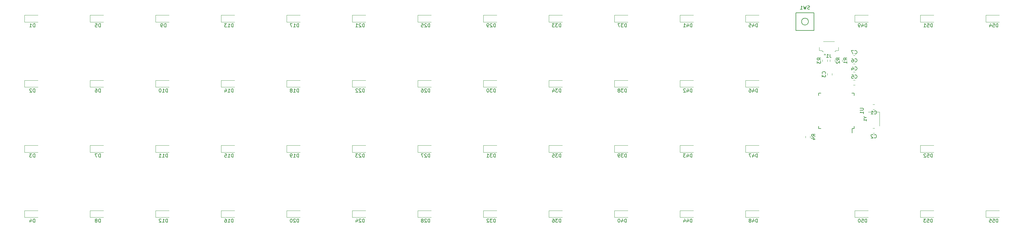
<source format=gbr>
%TF.GenerationSoftware,KiCad,Pcbnew,(5.1.6-0-10_14)*%
%TF.CreationDate,2020-10-13T20:32:32+01:00*%
%TF.ProjectId,Lil-Cheat,4c696c2d-4368-4656-9174-2e6b69636164,rev?*%
%TF.SameCoordinates,Original*%
%TF.FileFunction,Legend,Bot*%
%TF.FilePolarity,Positive*%
%FSLAX46Y46*%
G04 Gerber Fmt 4.6, Leading zero omitted, Abs format (unit mm)*
G04 Created by KiCad (PCBNEW (5.1.6-0-10_14)) date 2020-10-13 20:32:32*
%MOMM*%
%LPD*%
G01*
G04 APERTURE LIST*
%ADD10C,0.120000*%
%ADD11C,0.150000*%
G04 APERTURE END LIST*
D10*
%TO.C,C1*%
X255430522Y-104052300D02*
X255947678Y-104052300D01*
X255430522Y-105472300D02*
X255947678Y-105472300D01*
%TO.C,C2*%
X255430522Y-112431900D02*
X255947678Y-112431900D01*
X255430522Y-111011900D02*
X255947678Y-111011900D01*
%TO.C,C3*%
X242177500Y-94991422D02*
X242177500Y-95508578D01*
X243597500Y-94991422D02*
X243597500Y-95508578D01*
%TO.C,C4*%
X250289828Y-94540000D02*
X249772672Y-94540000D01*
X250289828Y-95960000D02*
X249772672Y-95960000D01*
%TO.C,C5*%
X250289828Y-98341250D02*
X249772672Y-98341250D01*
X250289828Y-96921250D02*
X249772672Y-96921250D01*
%TO.C,C6*%
X250289828Y-93578750D02*
X249772672Y-93578750D01*
X250289828Y-92158750D02*
X249772672Y-92158750D01*
%TO.C,C7*%
X250289828Y-89777500D02*
X249772672Y-89777500D01*
X250289828Y-91197500D02*
X249772672Y-91197500D01*
%TO.C,D1*%
X8910000Y-80000000D02*
X12810000Y-80000000D01*
X8910000Y-78000000D02*
X12810000Y-78000000D01*
X8910000Y-80000000D02*
X8910000Y-78000000D01*
%TO.C,D2*%
X8910000Y-99000000D02*
X8910000Y-97000000D01*
X8910000Y-97000000D02*
X12810000Y-97000000D01*
X8910000Y-99000000D02*
X12810000Y-99000000D01*
%TO.C,D3*%
X8910000Y-118000000D02*
X8910000Y-116000000D01*
X8910000Y-116000000D02*
X12810000Y-116000000D01*
X8910000Y-118000000D02*
X12810000Y-118000000D01*
%TO.C,D4*%
X8910000Y-137000000D02*
X12810000Y-137000000D01*
X8910000Y-135000000D02*
X12810000Y-135000000D01*
X8910000Y-137000000D02*
X8910000Y-135000000D01*
%TO.C,D5*%
X27960000Y-80000000D02*
X31860000Y-80000000D01*
X27960000Y-78000000D02*
X31860000Y-78000000D01*
X27960000Y-80000000D02*
X27960000Y-78000000D01*
%TO.C,D6*%
X27960000Y-99000000D02*
X27960000Y-97000000D01*
X27960000Y-97000000D02*
X31860000Y-97000000D01*
X27960000Y-99000000D02*
X31860000Y-99000000D01*
%TO.C,D7*%
X27960000Y-118000000D02*
X27960000Y-116000000D01*
X27960000Y-116000000D02*
X31860000Y-116000000D01*
X27960000Y-118000000D02*
X31860000Y-118000000D01*
%TO.C,D8*%
X27960000Y-137000000D02*
X31860000Y-137000000D01*
X27960000Y-135000000D02*
X31860000Y-135000000D01*
X27960000Y-137000000D02*
X27960000Y-135000000D01*
%TO.C,D9*%
X47010000Y-80000000D02*
X50910000Y-80000000D01*
X47010000Y-78000000D02*
X50910000Y-78000000D01*
X47010000Y-80000000D02*
X47010000Y-78000000D01*
%TO.C,D10*%
X47010000Y-99000000D02*
X47010000Y-97000000D01*
X47010000Y-97000000D02*
X50910000Y-97000000D01*
X47010000Y-99000000D02*
X50910000Y-99000000D01*
%TO.C,D11*%
X47010000Y-118000000D02*
X47010000Y-116000000D01*
X47010000Y-116000000D02*
X50910000Y-116000000D01*
X47010000Y-118000000D02*
X50910000Y-118000000D01*
%TO.C,D12*%
X47010000Y-137000000D02*
X50910000Y-137000000D01*
X47010000Y-135000000D02*
X50910000Y-135000000D01*
X47010000Y-137000000D02*
X47010000Y-135000000D01*
%TO.C,D13*%
X66060000Y-80000000D02*
X66060000Y-78000000D01*
X66060000Y-78000000D02*
X69960000Y-78000000D01*
X66060000Y-80000000D02*
X69960000Y-80000000D01*
%TO.C,D14*%
X66060000Y-99000000D02*
X66060000Y-97000000D01*
X66060000Y-97000000D02*
X69960000Y-97000000D01*
X66060000Y-99000000D02*
X69960000Y-99000000D01*
%TO.C,D15*%
X66060000Y-118000000D02*
X66060000Y-116000000D01*
X66060000Y-116000000D02*
X69960000Y-116000000D01*
X66060000Y-118000000D02*
X69960000Y-118000000D01*
%TO.C,D16*%
X66060000Y-137000000D02*
X69960000Y-137000000D01*
X66060000Y-135000000D02*
X69960000Y-135000000D01*
X66060000Y-137000000D02*
X66060000Y-135000000D01*
%TO.C,D17*%
X85110000Y-80000000D02*
X85110000Y-78000000D01*
X85110000Y-78000000D02*
X89010000Y-78000000D01*
X85110000Y-80000000D02*
X89010000Y-80000000D01*
%TO.C,D18*%
X85110000Y-99000000D02*
X85110000Y-97000000D01*
X85110000Y-97000000D02*
X89010000Y-97000000D01*
X85110000Y-99000000D02*
X89010000Y-99000000D01*
%TO.C,D19*%
X85110000Y-118000000D02*
X85110000Y-116000000D01*
X85110000Y-116000000D02*
X89010000Y-116000000D01*
X85110000Y-118000000D02*
X89010000Y-118000000D01*
%TO.C,D20*%
X85110000Y-137000000D02*
X89010000Y-137000000D01*
X85110000Y-135000000D02*
X89010000Y-135000000D01*
X85110000Y-137000000D02*
X85110000Y-135000000D01*
%TO.C,D21*%
X104160000Y-80000000D02*
X104160000Y-78000000D01*
X104160000Y-78000000D02*
X108060000Y-78000000D01*
X104160000Y-80000000D02*
X108060000Y-80000000D01*
%TO.C,D22*%
X104160000Y-99000000D02*
X104160000Y-97000000D01*
X104160000Y-97000000D02*
X108060000Y-97000000D01*
X104160000Y-99000000D02*
X108060000Y-99000000D01*
%TO.C,D23*%
X104160000Y-118000000D02*
X104160000Y-116000000D01*
X104160000Y-116000000D02*
X108060000Y-116000000D01*
X104160000Y-118000000D02*
X108060000Y-118000000D01*
%TO.C,D24*%
X104160000Y-137000000D02*
X108060000Y-137000000D01*
X104160000Y-135000000D02*
X108060000Y-135000000D01*
X104160000Y-137000000D02*
X104160000Y-135000000D01*
%TO.C,D25*%
X123210000Y-80000000D02*
X123210000Y-78000000D01*
X123210000Y-78000000D02*
X127110000Y-78000000D01*
X123210000Y-80000000D02*
X127110000Y-80000000D01*
%TO.C,D26*%
X123210000Y-99000000D02*
X123210000Y-97000000D01*
X123210000Y-97000000D02*
X127110000Y-97000000D01*
X123210000Y-99000000D02*
X127110000Y-99000000D01*
%TO.C,D27*%
X123210000Y-118000000D02*
X123210000Y-116000000D01*
X123210000Y-116000000D02*
X127110000Y-116000000D01*
X123210000Y-118000000D02*
X127110000Y-118000000D01*
%TO.C,D28*%
X123210000Y-137000000D02*
X127110000Y-137000000D01*
X123210000Y-135000000D02*
X127110000Y-135000000D01*
X123210000Y-137000000D02*
X123210000Y-135000000D01*
%TO.C,D29*%
X142260000Y-80000000D02*
X146160000Y-80000000D01*
X142260000Y-78000000D02*
X146160000Y-78000000D01*
X142260000Y-80000000D02*
X142260000Y-78000000D01*
%TO.C,D30*%
X142260000Y-99000000D02*
X142260000Y-97000000D01*
X142260000Y-97000000D02*
X146160000Y-97000000D01*
X142260000Y-99000000D02*
X146160000Y-99000000D01*
%TO.C,D31*%
X142260000Y-118000000D02*
X146160000Y-118000000D01*
X142260000Y-116000000D02*
X146160000Y-116000000D01*
X142260000Y-118000000D02*
X142260000Y-116000000D01*
%TO.C,D32*%
X142260000Y-137000000D02*
X146160000Y-137000000D01*
X142260000Y-135000000D02*
X146160000Y-135000000D01*
X142260000Y-137000000D02*
X142260000Y-135000000D01*
%TO.C,D33*%
X161310000Y-80000000D02*
X161310000Y-78000000D01*
X161310000Y-78000000D02*
X165210000Y-78000000D01*
X161310000Y-80000000D02*
X165210000Y-80000000D01*
%TO.C,D34*%
X161310000Y-99000000D02*
X161310000Y-97000000D01*
X161310000Y-97000000D02*
X165210000Y-97000000D01*
X161310000Y-99000000D02*
X165210000Y-99000000D01*
%TO.C,D35*%
X161310000Y-118000000D02*
X161310000Y-116000000D01*
X161310000Y-116000000D02*
X165210000Y-116000000D01*
X161310000Y-118000000D02*
X165210000Y-118000000D01*
%TO.C,D36*%
X161310000Y-137000000D02*
X165210000Y-137000000D01*
X161310000Y-135000000D02*
X165210000Y-135000000D01*
X161310000Y-137000000D02*
X161310000Y-135000000D01*
%TO.C,D37*%
X180360000Y-80000000D02*
X184260000Y-80000000D01*
X180360000Y-78000000D02*
X184260000Y-78000000D01*
X180360000Y-80000000D02*
X180360000Y-78000000D01*
%TO.C,D38*%
X180360000Y-99000000D02*
X180360000Y-97000000D01*
X180360000Y-97000000D02*
X184260000Y-97000000D01*
X180360000Y-99000000D02*
X184260000Y-99000000D01*
%TO.C,D39*%
X180360000Y-118000000D02*
X184260000Y-118000000D01*
X180360000Y-116000000D02*
X184260000Y-116000000D01*
X180360000Y-118000000D02*
X180360000Y-116000000D01*
%TO.C,D40*%
X180360000Y-137000000D02*
X184260000Y-137000000D01*
X180360000Y-135000000D02*
X184260000Y-135000000D01*
X180360000Y-137000000D02*
X180360000Y-135000000D01*
%TO.C,D41*%
X199410000Y-80000000D02*
X199410000Y-78000000D01*
X199410000Y-78000000D02*
X203310000Y-78000000D01*
X199410000Y-80000000D02*
X203310000Y-80000000D01*
%TO.C,D42*%
X199410000Y-99000000D02*
X199410000Y-97000000D01*
X199410000Y-97000000D02*
X203310000Y-97000000D01*
X199410000Y-99000000D02*
X203310000Y-99000000D01*
%TO.C,D43*%
X199410000Y-118000000D02*
X203310000Y-118000000D01*
X199410000Y-116000000D02*
X203310000Y-116000000D01*
X199410000Y-118000000D02*
X199410000Y-116000000D01*
%TO.C,D44*%
X199410000Y-137000000D02*
X203310000Y-137000000D01*
X199410000Y-135000000D02*
X203310000Y-135000000D01*
X199410000Y-137000000D02*
X199410000Y-135000000D01*
%TO.C,D45*%
X218460000Y-80000000D02*
X218460000Y-78000000D01*
X218460000Y-78000000D02*
X222360000Y-78000000D01*
X218460000Y-80000000D02*
X222360000Y-80000000D01*
%TO.C,D46*%
X218460000Y-99000000D02*
X218460000Y-97000000D01*
X218460000Y-97000000D02*
X222360000Y-97000000D01*
X218460000Y-99000000D02*
X222360000Y-99000000D01*
%TO.C,D47*%
X218460000Y-118000000D02*
X222360000Y-118000000D01*
X218460000Y-116000000D02*
X222360000Y-116000000D01*
X218460000Y-118000000D02*
X218460000Y-116000000D01*
%TO.C,D48*%
X218460000Y-137000000D02*
X222360000Y-137000000D01*
X218460000Y-135000000D02*
X222360000Y-135000000D01*
X218460000Y-137000000D02*
X218460000Y-135000000D01*
%TO.C,D49*%
X250210000Y-80000000D02*
X254110000Y-80000000D01*
X250210000Y-78000000D02*
X254110000Y-78000000D01*
X250210000Y-80000000D02*
X250210000Y-78000000D01*
%TO.C,D50*%
X250210000Y-137000000D02*
X254110000Y-137000000D01*
X250210000Y-135000000D02*
X254110000Y-135000000D01*
X250210000Y-137000000D02*
X250210000Y-135000000D01*
%TO.C,D51*%
X269260000Y-80000000D02*
X273160000Y-80000000D01*
X269260000Y-78000000D02*
X273160000Y-78000000D01*
X269260000Y-80000000D02*
X269260000Y-78000000D01*
%TO.C,D52*%
X269260000Y-118000000D02*
X273160000Y-118000000D01*
X269260000Y-116000000D02*
X273160000Y-116000000D01*
X269260000Y-118000000D02*
X269260000Y-116000000D01*
%TO.C,D53*%
X269260000Y-137000000D02*
X273160000Y-137000000D01*
X269260000Y-135000000D02*
X273160000Y-135000000D01*
X269260000Y-137000000D02*
X269260000Y-135000000D01*
%TO.C,D54*%
X288310000Y-80000000D02*
X292210000Y-80000000D01*
X288310000Y-78000000D02*
X292210000Y-78000000D01*
X288310000Y-80000000D02*
X288310000Y-78000000D01*
%TO.C,D55*%
X288310000Y-137000000D02*
X292210000Y-137000000D01*
X288310000Y-135000000D02*
X292210000Y-135000000D01*
X288310000Y-137000000D02*
X288310000Y-135000000D01*
%TO.C,R1*%
X245117550Y-91527128D02*
X245117550Y-91009972D01*
X246537550Y-91527128D02*
X246537550Y-91009972D01*
%TO.C,R2*%
X244378550Y-91524828D02*
X244378550Y-91007672D01*
X242958550Y-91524828D02*
X242958550Y-91007672D01*
%TO.C,R3*%
X240780500Y-90990922D02*
X240780500Y-91508078D01*
X242200500Y-90990922D02*
X242200500Y-91508078D01*
%TO.C,R4*%
X235827500Y-113764828D02*
X235827500Y-113247672D01*
X237247500Y-113764828D02*
X237247500Y-113247672D01*
D11*
%TO.C,SW1*%
X233112000Y-82457600D02*
X238312000Y-82457600D01*
X238312000Y-82457600D02*
X238312000Y-77257600D01*
X238312000Y-77257600D02*
X233112000Y-77257600D01*
X233112000Y-77257600D02*
X233112000Y-82457600D01*
X236712000Y-79857600D02*
G75*
G03*
X236712000Y-79857600I-1000000J0D01*
G01*
%TO.C,U1*%
X249417900Y-111080300D02*
X249417900Y-112355300D01*
X249992900Y-100730300D02*
X249992900Y-101405300D01*
X239642900Y-100730300D02*
X239642900Y-101405300D01*
X239642900Y-111080300D02*
X239642900Y-110405300D01*
X249992900Y-111080300D02*
X249992900Y-110405300D01*
X239642900Y-111080300D02*
X240317900Y-111080300D01*
X239642900Y-100730300D02*
X240317900Y-100730300D01*
X249992900Y-100730300D02*
X249317900Y-100730300D01*
X249992900Y-111080300D02*
X249417900Y-111080300D01*
D10*
%TO.C,Y1*%
X257339100Y-106267500D02*
X257339100Y-110267500D01*
X254039100Y-106267500D02*
X257339100Y-106267500D01*
%TO.C,J1*%
X239823500Y-87368500D02*
X239823500Y-88268500D01*
X239823500Y-88268500D02*
X240673500Y-88268500D01*
X240673500Y-88268500D02*
X240673500Y-88568500D01*
X240673500Y-88568500D02*
X240923500Y-88568500D01*
X240923500Y-88568500D02*
X240923500Y-88708500D01*
X245443500Y-87368500D02*
X245443500Y-88268500D01*
X245443500Y-88268500D02*
X244593500Y-88268500D01*
X244593500Y-88268500D02*
X244593500Y-88568500D01*
X244593500Y-88568500D02*
X244343500Y-88568500D01*
X240993500Y-85648500D02*
X244273500Y-85648500D01*
X241183500Y-89562053D02*
X241433500Y-89208500D01*
X241433500Y-89208500D02*
X241683500Y-89562053D01*
X241683500Y-89562053D02*
X241183500Y-89562053D01*
%TO.C,C1*%
D11*
X255855766Y-106769442D02*
X255903385Y-106817061D01*
X256046242Y-106864680D01*
X256141480Y-106864680D01*
X256284338Y-106817061D01*
X256379576Y-106721823D01*
X256427195Y-106626585D01*
X256474814Y-106436109D01*
X256474814Y-106293252D01*
X256427195Y-106102776D01*
X256379576Y-106007538D01*
X256284338Y-105912300D01*
X256141480Y-105864680D01*
X256046242Y-105864680D01*
X255903385Y-105912300D01*
X255855766Y-105959919D01*
X254903385Y-106864680D02*
X255474814Y-106864680D01*
X255189100Y-106864680D02*
X255189100Y-105864680D01*
X255284338Y-106007538D01*
X255379576Y-106102776D01*
X255474814Y-106150395D01*
%TO.C,C2*%
X255855766Y-113729042D02*
X255903385Y-113776661D01*
X256046242Y-113824280D01*
X256141480Y-113824280D01*
X256284338Y-113776661D01*
X256379576Y-113681423D01*
X256427195Y-113586185D01*
X256474814Y-113395709D01*
X256474814Y-113252852D01*
X256427195Y-113062376D01*
X256379576Y-112967138D01*
X256284338Y-112871900D01*
X256141480Y-112824280D01*
X256046242Y-112824280D01*
X255903385Y-112871900D01*
X255855766Y-112919519D01*
X255474814Y-112919519D02*
X255427195Y-112871900D01*
X255331957Y-112824280D01*
X255093861Y-112824280D01*
X254998623Y-112871900D01*
X254951004Y-112919519D01*
X254903385Y-113014757D01*
X254903385Y-113109995D01*
X254951004Y-113252852D01*
X255522433Y-113824280D01*
X254903385Y-113824280D01*
%TO.C,C3*%
X241594642Y-95083333D02*
X241642261Y-95035714D01*
X241689880Y-94892857D01*
X241689880Y-94797619D01*
X241642261Y-94654761D01*
X241547023Y-94559523D01*
X241451785Y-94511904D01*
X241261309Y-94464285D01*
X241118452Y-94464285D01*
X240927976Y-94511904D01*
X240832738Y-94559523D01*
X240737500Y-94654761D01*
X240689880Y-94797619D01*
X240689880Y-94892857D01*
X240737500Y-95035714D01*
X240785119Y-95083333D01*
X240689880Y-95416666D02*
X240689880Y-96035714D01*
X241070833Y-95702380D01*
X241070833Y-95845238D01*
X241118452Y-95940476D01*
X241166071Y-95988095D01*
X241261309Y-96035714D01*
X241499404Y-96035714D01*
X241594642Y-95988095D01*
X241642261Y-95940476D01*
X241689880Y-95845238D01*
X241689880Y-95559523D01*
X241642261Y-95464285D01*
X241594642Y-95416666D01*
%TO.C,C4*%
X250197916Y-93957142D02*
X250245535Y-94004761D01*
X250388392Y-94052380D01*
X250483630Y-94052380D01*
X250626488Y-94004761D01*
X250721726Y-93909523D01*
X250769345Y-93814285D01*
X250816964Y-93623809D01*
X250816964Y-93480952D01*
X250769345Y-93290476D01*
X250721726Y-93195238D01*
X250626488Y-93100000D01*
X250483630Y-93052380D01*
X250388392Y-93052380D01*
X250245535Y-93100000D01*
X250197916Y-93147619D01*
X249340773Y-93385714D02*
X249340773Y-94052380D01*
X249578869Y-93004761D02*
X249816964Y-93719047D01*
X249197916Y-93719047D01*
%TO.C,C5*%
X250197916Y-96338392D02*
X250245535Y-96386011D01*
X250388392Y-96433630D01*
X250483630Y-96433630D01*
X250626488Y-96386011D01*
X250721726Y-96290773D01*
X250769345Y-96195535D01*
X250816964Y-96005059D01*
X250816964Y-95862202D01*
X250769345Y-95671726D01*
X250721726Y-95576488D01*
X250626488Y-95481250D01*
X250483630Y-95433630D01*
X250388392Y-95433630D01*
X250245535Y-95481250D01*
X250197916Y-95528869D01*
X249293154Y-95433630D02*
X249769345Y-95433630D01*
X249816964Y-95909821D01*
X249769345Y-95862202D01*
X249674107Y-95814583D01*
X249436011Y-95814583D01*
X249340773Y-95862202D01*
X249293154Y-95909821D01*
X249245535Y-96005059D01*
X249245535Y-96243154D01*
X249293154Y-96338392D01*
X249340773Y-96386011D01*
X249436011Y-96433630D01*
X249674107Y-96433630D01*
X249769345Y-96386011D01*
X249816964Y-96338392D01*
%TO.C,C6*%
X250197916Y-91575892D02*
X250245535Y-91623511D01*
X250388392Y-91671130D01*
X250483630Y-91671130D01*
X250626488Y-91623511D01*
X250721726Y-91528273D01*
X250769345Y-91433035D01*
X250816964Y-91242559D01*
X250816964Y-91099702D01*
X250769345Y-90909226D01*
X250721726Y-90813988D01*
X250626488Y-90718750D01*
X250483630Y-90671130D01*
X250388392Y-90671130D01*
X250245535Y-90718750D01*
X250197916Y-90766369D01*
X249340773Y-90671130D02*
X249531250Y-90671130D01*
X249626488Y-90718750D01*
X249674107Y-90766369D01*
X249769345Y-90909226D01*
X249816964Y-91099702D01*
X249816964Y-91480654D01*
X249769345Y-91575892D01*
X249721726Y-91623511D01*
X249626488Y-91671130D01*
X249436011Y-91671130D01*
X249340773Y-91623511D01*
X249293154Y-91575892D01*
X249245535Y-91480654D01*
X249245535Y-91242559D01*
X249293154Y-91147321D01*
X249340773Y-91099702D01*
X249436011Y-91052083D01*
X249626488Y-91052083D01*
X249721726Y-91099702D01*
X249769345Y-91147321D01*
X249816964Y-91242559D01*
%TO.C,C7*%
X250197916Y-89194642D02*
X250245535Y-89242261D01*
X250388392Y-89289880D01*
X250483630Y-89289880D01*
X250626488Y-89242261D01*
X250721726Y-89147023D01*
X250769345Y-89051785D01*
X250816964Y-88861309D01*
X250816964Y-88718452D01*
X250769345Y-88527976D01*
X250721726Y-88432738D01*
X250626488Y-88337500D01*
X250483630Y-88289880D01*
X250388392Y-88289880D01*
X250245535Y-88337500D01*
X250197916Y-88385119D01*
X249864583Y-88289880D02*
X249197916Y-88289880D01*
X249626488Y-89289880D01*
%TO.C,D1*%
X11898095Y-81452380D02*
X11898095Y-80452380D01*
X11660000Y-80452380D01*
X11517142Y-80500000D01*
X11421904Y-80595238D01*
X11374285Y-80690476D01*
X11326666Y-80880952D01*
X11326666Y-81023809D01*
X11374285Y-81214285D01*
X11421904Y-81309523D01*
X11517142Y-81404761D01*
X11660000Y-81452380D01*
X11898095Y-81452380D01*
X10374285Y-81452380D02*
X10945714Y-81452380D01*
X10660000Y-81452380D02*
X10660000Y-80452380D01*
X10755238Y-80595238D01*
X10850476Y-80690476D01*
X10945714Y-80738095D01*
%TO.C,D2*%
X11898095Y-100452380D02*
X11898095Y-99452380D01*
X11660000Y-99452380D01*
X11517142Y-99500000D01*
X11421904Y-99595238D01*
X11374285Y-99690476D01*
X11326666Y-99880952D01*
X11326666Y-100023809D01*
X11374285Y-100214285D01*
X11421904Y-100309523D01*
X11517142Y-100404761D01*
X11660000Y-100452380D01*
X11898095Y-100452380D01*
X10945714Y-99547619D02*
X10898095Y-99500000D01*
X10802857Y-99452380D01*
X10564761Y-99452380D01*
X10469523Y-99500000D01*
X10421904Y-99547619D01*
X10374285Y-99642857D01*
X10374285Y-99738095D01*
X10421904Y-99880952D01*
X10993333Y-100452380D01*
X10374285Y-100452380D01*
%TO.C,D3*%
X11898095Y-119452380D02*
X11898095Y-118452380D01*
X11660000Y-118452380D01*
X11517142Y-118500000D01*
X11421904Y-118595238D01*
X11374285Y-118690476D01*
X11326666Y-118880952D01*
X11326666Y-119023809D01*
X11374285Y-119214285D01*
X11421904Y-119309523D01*
X11517142Y-119404761D01*
X11660000Y-119452380D01*
X11898095Y-119452380D01*
X10993333Y-118452380D02*
X10374285Y-118452380D01*
X10707619Y-118833333D01*
X10564761Y-118833333D01*
X10469523Y-118880952D01*
X10421904Y-118928571D01*
X10374285Y-119023809D01*
X10374285Y-119261904D01*
X10421904Y-119357142D01*
X10469523Y-119404761D01*
X10564761Y-119452380D01*
X10850476Y-119452380D01*
X10945714Y-119404761D01*
X10993333Y-119357142D01*
%TO.C,D4*%
X11898095Y-138452380D02*
X11898095Y-137452380D01*
X11660000Y-137452380D01*
X11517142Y-137500000D01*
X11421904Y-137595238D01*
X11374285Y-137690476D01*
X11326666Y-137880952D01*
X11326666Y-138023809D01*
X11374285Y-138214285D01*
X11421904Y-138309523D01*
X11517142Y-138404761D01*
X11660000Y-138452380D01*
X11898095Y-138452380D01*
X10469523Y-137785714D02*
X10469523Y-138452380D01*
X10707619Y-137404761D02*
X10945714Y-138119047D01*
X10326666Y-138119047D01*
%TO.C,D5*%
X30948095Y-81452380D02*
X30948095Y-80452380D01*
X30710000Y-80452380D01*
X30567142Y-80500000D01*
X30471904Y-80595238D01*
X30424285Y-80690476D01*
X30376666Y-80880952D01*
X30376666Y-81023809D01*
X30424285Y-81214285D01*
X30471904Y-81309523D01*
X30567142Y-81404761D01*
X30710000Y-81452380D01*
X30948095Y-81452380D01*
X29471904Y-80452380D02*
X29948095Y-80452380D01*
X29995714Y-80928571D01*
X29948095Y-80880952D01*
X29852857Y-80833333D01*
X29614761Y-80833333D01*
X29519523Y-80880952D01*
X29471904Y-80928571D01*
X29424285Y-81023809D01*
X29424285Y-81261904D01*
X29471904Y-81357142D01*
X29519523Y-81404761D01*
X29614761Y-81452380D01*
X29852857Y-81452380D01*
X29948095Y-81404761D01*
X29995714Y-81357142D01*
%TO.C,D6*%
X30948095Y-100452380D02*
X30948095Y-99452380D01*
X30710000Y-99452380D01*
X30567142Y-99500000D01*
X30471904Y-99595238D01*
X30424285Y-99690476D01*
X30376666Y-99880952D01*
X30376666Y-100023809D01*
X30424285Y-100214285D01*
X30471904Y-100309523D01*
X30567142Y-100404761D01*
X30710000Y-100452380D01*
X30948095Y-100452380D01*
X29519523Y-99452380D02*
X29710000Y-99452380D01*
X29805238Y-99500000D01*
X29852857Y-99547619D01*
X29948095Y-99690476D01*
X29995714Y-99880952D01*
X29995714Y-100261904D01*
X29948095Y-100357142D01*
X29900476Y-100404761D01*
X29805238Y-100452380D01*
X29614761Y-100452380D01*
X29519523Y-100404761D01*
X29471904Y-100357142D01*
X29424285Y-100261904D01*
X29424285Y-100023809D01*
X29471904Y-99928571D01*
X29519523Y-99880952D01*
X29614761Y-99833333D01*
X29805238Y-99833333D01*
X29900476Y-99880952D01*
X29948095Y-99928571D01*
X29995714Y-100023809D01*
%TO.C,D7*%
X30948095Y-119452380D02*
X30948095Y-118452380D01*
X30710000Y-118452380D01*
X30567142Y-118500000D01*
X30471904Y-118595238D01*
X30424285Y-118690476D01*
X30376666Y-118880952D01*
X30376666Y-119023809D01*
X30424285Y-119214285D01*
X30471904Y-119309523D01*
X30567142Y-119404761D01*
X30710000Y-119452380D01*
X30948095Y-119452380D01*
X30043333Y-118452380D02*
X29376666Y-118452380D01*
X29805238Y-119452380D01*
%TO.C,D8*%
X30948095Y-138452380D02*
X30948095Y-137452380D01*
X30710000Y-137452380D01*
X30567142Y-137500000D01*
X30471904Y-137595238D01*
X30424285Y-137690476D01*
X30376666Y-137880952D01*
X30376666Y-138023809D01*
X30424285Y-138214285D01*
X30471904Y-138309523D01*
X30567142Y-138404761D01*
X30710000Y-138452380D01*
X30948095Y-138452380D01*
X29805238Y-137880952D02*
X29900476Y-137833333D01*
X29948095Y-137785714D01*
X29995714Y-137690476D01*
X29995714Y-137642857D01*
X29948095Y-137547619D01*
X29900476Y-137500000D01*
X29805238Y-137452380D01*
X29614761Y-137452380D01*
X29519523Y-137500000D01*
X29471904Y-137547619D01*
X29424285Y-137642857D01*
X29424285Y-137690476D01*
X29471904Y-137785714D01*
X29519523Y-137833333D01*
X29614761Y-137880952D01*
X29805238Y-137880952D01*
X29900476Y-137928571D01*
X29948095Y-137976190D01*
X29995714Y-138071428D01*
X29995714Y-138261904D01*
X29948095Y-138357142D01*
X29900476Y-138404761D01*
X29805238Y-138452380D01*
X29614761Y-138452380D01*
X29519523Y-138404761D01*
X29471904Y-138357142D01*
X29424285Y-138261904D01*
X29424285Y-138071428D01*
X29471904Y-137976190D01*
X29519523Y-137928571D01*
X29614761Y-137880952D01*
%TO.C,D9*%
X49998095Y-81452380D02*
X49998095Y-80452380D01*
X49760000Y-80452380D01*
X49617142Y-80500000D01*
X49521904Y-80595238D01*
X49474285Y-80690476D01*
X49426666Y-80880952D01*
X49426666Y-81023809D01*
X49474285Y-81214285D01*
X49521904Y-81309523D01*
X49617142Y-81404761D01*
X49760000Y-81452380D01*
X49998095Y-81452380D01*
X48950476Y-81452380D02*
X48760000Y-81452380D01*
X48664761Y-81404761D01*
X48617142Y-81357142D01*
X48521904Y-81214285D01*
X48474285Y-81023809D01*
X48474285Y-80642857D01*
X48521904Y-80547619D01*
X48569523Y-80500000D01*
X48664761Y-80452380D01*
X48855238Y-80452380D01*
X48950476Y-80500000D01*
X48998095Y-80547619D01*
X49045714Y-80642857D01*
X49045714Y-80880952D01*
X48998095Y-80976190D01*
X48950476Y-81023809D01*
X48855238Y-81071428D01*
X48664761Y-81071428D01*
X48569523Y-81023809D01*
X48521904Y-80976190D01*
X48474285Y-80880952D01*
%TO.C,D10*%
X50474285Y-100452380D02*
X50474285Y-99452380D01*
X50236190Y-99452380D01*
X50093333Y-99500000D01*
X49998095Y-99595238D01*
X49950476Y-99690476D01*
X49902857Y-99880952D01*
X49902857Y-100023809D01*
X49950476Y-100214285D01*
X49998095Y-100309523D01*
X50093333Y-100404761D01*
X50236190Y-100452380D01*
X50474285Y-100452380D01*
X48950476Y-100452380D02*
X49521904Y-100452380D01*
X49236190Y-100452380D02*
X49236190Y-99452380D01*
X49331428Y-99595238D01*
X49426666Y-99690476D01*
X49521904Y-99738095D01*
X48331428Y-99452380D02*
X48236190Y-99452380D01*
X48140952Y-99500000D01*
X48093333Y-99547619D01*
X48045714Y-99642857D01*
X47998095Y-99833333D01*
X47998095Y-100071428D01*
X48045714Y-100261904D01*
X48093333Y-100357142D01*
X48140952Y-100404761D01*
X48236190Y-100452380D01*
X48331428Y-100452380D01*
X48426666Y-100404761D01*
X48474285Y-100357142D01*
X48521904Y-100261904D01*
X48569523Y-100071428D01*
X48569523Y-99833333D01*
X48521904Y-99642857D01*
X48474285Y-99547619D01*
X48426666Y-99500000D01*
X48331428Y-99452380D01*
%TO.C,D11*%
X50474285Y-119452380D02*
X50474285Y-118452380D01*
X50236190Y-118452380D01*
X50093333Y-118500000D01*
X49998095Y-118595238D01*
X49950476Y-118690476D01*
X49902857Y-118880952D01*
X49902857Y-119023809D01*
X49950476Y-119214285D01*
X49998095Y-119309523D01*
X50093333Y-119404761D01*
X50236190Y-119452380D01*
X50474285Y-119452380D01*
X48950476Y-119452380D02*
X49521904Y-119452380D01*
X49236190Y-119452380D02*
X49236190Y-118452380D01*
X49331428Y-118595238D01*
X49426666Y-118690476D01*
X49521904Y-118738095D01*
X47998095Y-119452380D02*
X48569523Y-119452380D01*
X48283809Y-119452380D02*
X48283809Y-118452380D01*
X48379047Y-118595238D01*
X48474285Y-118690476D01*
X48569523Y-118738095D01*
%TO.C,D12*%
X50474285Y-138452380D02*
X50474285Y-137452380D01*
X50236190Y-137452380D01*
X50093333Y-137500000D01*
X49998095Y-137595238D01*
X49950476Y-137690476D01*
X49902857Y-137880952D01*
X49902857Y-138023809D01*
X49950476Y-138214285D01*
X49998095Y-138309523D01*
X50093333Y-138404761D01*
X50236190Y-138452380D01*
X50474285Y-138452380D01*
X48950476Y-138452380D02*
X49521904Y-138452380D01*
X49236190Y-138452380D02*
X49236190Y-137452380D01*
X49331428Y-137595238D01*
X49426666Y-137690476D01*
X49521904Y-137738095D01*
X48569523Y-137547619D02*
X48521904Y-137500000D01*
X48426666Y-137452380D01*
X48188571Y-137452380D01*
X48093333Y-137500000D01*
X48045714Y-137547619D01*
X47998095Y-137642857D01*
X47998095Y-137738095D01*
X48045714Y-137880952D01*
X48617142Y-138452380D01*
X47998095Y-138452380D01*
%TO.C,D13*%
X69524285Y-81452380D02*
X69524285Y-80452380D01*
X69286190Y-80452380D01*
X69143333Y-80500000D01*
X69048095Y-80595238D01*
X69000476Y-80690476D01*
X68952857Y-80880952D01*
X68952857Y-81023809D01*
X69000476Y-81214285D01*
X69048095Y-81309523D01*
X69143333Y-81404761D01*
X69286190Y-81452380D01*
X69524285Y-81452380D01*
X68000476Y-81452380D02*
X68571904Y-81452380D01*
X68286190Y-81452380D02*
X68286190Y-80452380D01*
X68381428Y-80595238D01*
X68476666Y-80690476D01*
X68571904Y-80738095D01*
X67667142Y-80452380D02*
X67048095Y-80452380D01*
X67381428Y-80833333D01*
X67238571Y-80833333D01*
X67143333Y-80880952D01*
X67095714Y-80928571D01*
X67048095Y-81023809D01*
X67048095Y-81261904D01*
X67095714Y-81357142D01*
X67143333Y-81404761D01*
X67238571Y-81452380D01*
X67524285Y-81452380D01*
X67619523Y-81404761D01*
X67667142Y-81357142D01*
%TO.C,D14*%
X69524285Y-100452380D02*
X69524285Y-99452380D01*
X69286190Y-99452380D01*
X69143333Y-99500000D01*
X69048095Y-99595238D01*
X69000476Y-99690476D01*
X68952857Y-99880952D01*
X68952857Y-100023809D01*
X69000476Y-100214285D01*
X69048095Y-100309523D01*
X69143333Y-100404761D01*
X69286190Y-100452380D01*
X69524285Y-100452380D01*
X68000476Y-100452380D02*
X68571904Y-100452380D01*
X68286190Y-100452380D02*
X68286190Y-99452380D01*
X68381428Y-99595238D01*
X68476666Y-99690476D01*
X68571904Y-99738095D01*
X67143333Y-99785714D02*
X67143333Y-100452380D01*
X67381428Y-99404761D02*
X67619523Y-100119047D01*
X67000476Y-100119047D01*
%TO.C,D15*%
X69524285Y-119452380D02*
X69524285Y-118452380D01*
X69286190Y-118452380D01*
X69143333Y-118500000D01*
X69048095Y-118595238D01*
X69000476Y-118690476D01*
X68952857Y-118880952D01*
X68952857Y-119023809D01*
X69000476Y-119214285D01*
X69048095Y-119309523D01*
X69143333Y-119404761D01*
X69286190Y-119452380D01*
X69524285Y-119452380D01*
X68000476Y-119452380D02*
X68571904Y-119452380D01*
X68286190Y-119452380D02*
X68286190Y-118452380D01*
X68381428Y-118595238D01*
X68476666Y-118690476D01*
X68571904Y-118738095D01*
X67095714Y-118452380D02*
X67571904Y-118452380D01*
X67619523Y-118928571D01*
X67571904Y-118880952D01*
X67476666Y-118833333D01*
X67238571Y-118833333D01*
X67143333Y-118880952D01*
X67095714Y-118928571D01*
X67048095Y-119023809D01*
X67048095Y-119261904D01*
X67095714Y-119357142D01*
X67143333Y-119404761D01*
X67238571Y-119452380D01*
X67476666Y-119452380D01*
X67571904Y-119404761D01*
X67619523Y-119357142D01*
%TO.C,D16*%
X69524285Y-138452380D02*
X69524285Y-137452380D01*
X69286190Y-137452380D01*
X69143333Y-137500000D01*
X69048095Y-137595238D01*
X69000476Y-137690476D01*
X68952857Y-137880952D01*
X68952857Y-138023809D01*
X69000476Y-138214285D01*
X69048095Y-138309523D01*
X69143333Y-138404761D01*
X69286190Y-138452380D01*
X69524285Y-138452380D01*
X68000476Y-138452380D02*
X68571904Y-138452380D01*
X68286190Y-138452380D02*
X68286190Y-137452380D01*
X68381428Y-137595238D01*
X68476666Y-137690476D01*
X68571904Y-137738095D01*
X67143333Y-137452380D02*
X67333809Y-137452380D01*
X67429047Y-137500000D01*
X67476666Y-137547619D01*
X67571904Y-137690476D01*
X67619523Y-137880952D01*
X67619523Y-138261904D01*
X67571904Y-138357142D01*
X67524285Y-138404761D01*
X67429047Y-138452380D01*
X67238571Y-138452380D01*
X67143333Y-138404761D01*
X67095714Y-138357142D01*
X67048095Y-138261904D01*
X67048095Y-138023809D01*
X67095714Y-137928571D01*
X67143333Y-137880952D01*
X67238571Y-137833333D01*
X67429047Y-137833333D01*
X67524285Y-137880952D01*
X67571904Y-137928571D01*
X67619523Y-138023809D01*
%TO.C,D17*%
X88574285Y-81452380D02*
X88574285Y-80452380D01*
X88336190Y-80452380D01*
X88193333Y-80500000D01*
X88098095Y-80595238D01*
X88050476Y-80690476D01*
X88002857Y-80880952D01*
X88002857Y-81023809D01*
X88050476Y-81214285D01*
X88098095Y-81309523D01*
X88193333Y-81404761D01*
X88336190Y-81452380D01*
X88574285Y-81452380D01*
X87050476Y-81452380D02*
X87621904Y-81452380D01*
X87336190Y-81452380D02*
X87336190Y-80452380D01*
X87431428Y-80595238D01*
X87526666Y-80690476D01*
X87621904Y-80738095D01*
X86717142Y-80452380D02*
X86050476Y-80452380D01*
X86479047Y-81452380D01*
%TO.C,D18*%
X88574285Y-100452380D02*
X88574285Y-99452380D01*
X88336190Y-99452380D01*
X88193333Y-99500000D01*
X88098095Y-99595238D01*
X88050476Y-99690476D01*
X88002857Y-99880952D01*
X88002857Y-100023809D01*
X88050476Y-100214285D01*
X88098095Y-100309523D01*
X88193333Y-100404761D01*
X88336190Y-100452380D01*
X88574285Y-100452380D01*
X87050476Y-100452380D02*
X87621904Y-100452380D01*
X87336190Y-100452380D02*
X87336190Y-99452380D01*
X87431428Y-99595238D01*
X87526666Y-99690476D01*
X87621904Y-99738095D01*
X86479047Y-99880952D02*
X86574285Y-99833333D01*
X86621904Y-99785714D01*
X86669523Y-99690476D01*
X86669523Y-99642857D01*
X86621904Y-99547619D01*
X86574285Y-99500000D01*
X86479047Y-99452380D01*
X86288571Y-99452380D01*
X86193333Y-99500000D01*
X86145714Y-99547619D01*
X86098095Y-99642857D01*
X86098095Y-99690476D01*
X86145714Y-99785714D01*
X86193333Y-99833333D01*
X86288571Y-99880952D01*
X86479047Y-99880952D01*
X86574285Y-99928571D01*
X86621904Y-99976190D01*
X86669523Y-100071428D01*
X86669523Y-100261904D01*
X86621904Y-100357142D01*
X86574285Y-100404761D01*
X86479047Y-100452380D01*
X86288571Y-100452380D01*
X86193333Y-100404761D01*
X86145714Y-100357142D01*
X86098095Y-100261904D01*
X86098095Y-100071428D01*
X86145714Y-99976190D01*
X86193333Y-99928571D01*
X86288571Y-99880952D01*
%TO.C,D19*%
X88574285Y-119452380D02*
X88574285Y-118452380D01*
X88336190Y-118452380D01*
X88193333Y-118500000D01*
X88098095Y-118595238D01*
X88050476Y-118690476D01*
X88002857Y-118880952D01*
X88002857Y-119023809D01*
X88050476Y-119214285D01*
X88098095Y-119309523D01*
X88193333Y-119404761D01*
X88336190Y-119452380D01*
X88574285Y-119452380D01*
X87050476Y-119452380D02*
X87621904Y-119452380D01*
X87336190Y-119452380D02*
X87336190Y-118452380D01*
X87431428Y-118595238D01*
X87526666Y-118690476D01*
X87621904Y-118738095D01*
X86574285Y-119452380D02*
X86383809Y-119452380D01*
X86288571Y-119404761D01*
X86240952Y-119357142D01*
X86145714Y-119214285D01*
X86098095Y-119023809D01*
X86098095Y-118642857D01*
X86145714Y-118547619D01*
X86193333Y-118500000D01*
X86288571Y-118452380D01*
X86479047Y-118452380D01*
X86574285Y-118500000D01*
X86621904Y-118547619D01*
X86669523Y-118642857D01*
X86669523Y-118880952D01*
X86621904Y-118976190D01*
X86574285Y-119023809D01*
X86479047Y-119071428D01*
X86288571Y-119071428D01*
X86193333Y-119023809D01*
X86145714Y-118976190D01*
X86098095Y-118880952D01*
%TO.C,D20*%
X88574285Y-138452380D02*
X88574285Y-137452380D01*
X88336190Y-137452380D01*
X88193333Y-137500000D01*
X88098095Y-137595238D01*
X88050476Y-137690476D01*
X88002857Y-137880952D01*
X88002857Y-138023809D01*
X88050476Y-138214285D01*
X88098095Y-138309523D01*
X88193333Y-138404761D01*
X88336190Y-138452380D01*
X88574285Y-138452380D01*
X87621904Y-137547619D02*
X87574285Y-137500000D01*
X87479047Y-137452380D01*
X87240952Y-137452380D01*
X87145714Y-137500000D01*
X87098095Y-137547619D01*
X87050476Y-137642857D01*
X87050476Y-137738095D01*
X87098095Y-137880952D01*
X87669523Y-138452380D01*
X87050476Y-138452380D01*
X86431428Y-137452380D02*
X86336190Y-137452380D01*
X86240952Y-137500000D01*
X86193333Y-137547619D01*
X86145714Y-137642857D01*
X86098095Y-137833333D01*
X86098095Y-138071428D01*
X86145714Y-138261904D01*
X86193333Y-138357142D01*
X86240952Y-138404761D01*
X86336190Y-138452380D01*
X86431428Y-138452380D01*
X86526666Y-138404761D01*
X86574285Y-138357142D01*
X86621904Y-138261904D01*
X86669523Y-138071428D01*
X86669523Y-137833333D01*
X86621904Y-137642857D01*
X86574285Y-137547619D01*
X86526666Y-137500000D01*
X86431428Y-137452380D01*
%TO.C,D21*%
X107624285Y-81452380D02*
X107624285Y-80452380D01*
X107386190Y-80452380D01*
X107243333Y-80500000D01*
X107148095Y-80595238D01*
X107100476Y-80690476D01*
X107052857Y-80880952D01*
X107052857Y-81023809D01*
X107100476Y-81214285D01*
X107148095Y-81309523D01*
X107243333Y-81404761D01*
X107386190Y-81452380D01*
X107624285Y-81452380D01*
X106671904Y-80547619D02*
X106624285Y-80500000D01*
X106529047Y-80452380D01*
X106290952Y-80452380D01*
X106195714Y-80500000D01*
X106148095Y-80547619D01*
X106100476Y-80642857D01*
X106100476Y-80738095D01*
X106148095Y-80880952D01*
X106719523Y-81452380D01*
X106100476Y-81452380D01*
X105148095Y-81452380D02*
X105719523Y-81452380D01*
X105433809Y-81452380D02*
X105433809Y-80452380D01*
X105529047Y-80595238D01*
X105624285Y-80690476D01*
X105719523Y-80738095D01*
%TO.C,D22*%
X107624285Y-100452380D02*
X107624285Y-99452380D01*
X107386190Y-99452380D01*
X107243333Y-99500000D01*
X107148095Y-99595238D01*
X107100476Y-99690476D01*
X107052857Y-99880952D01*
X107052857Y-100023809D01*
X107100476Y-100214285D01*
X107148095Y-100309523D01*
X107243333Y-100404761D01*
X107386190Y-100452380D01*
X107624285Y-100452380D01*
X106671904Y-99547619D02*
X106624285Y-99500000D01*
X106529047Y-99452380D01*
X106290952Y-99452380D01*
X106195714Y-99500000D01*
X106148095Y-99547619D01*
X106100476Y-99642857D01*
X106100476Y-99738095D01*
X106148095Y-99880952D01*
X106719523Y-100452380D01*
X106100476Y-100452380D01*
X105719523Y-99547619D02*
X105671904Y-99500000D01*
X105576666Y-99452380D01*
X105338571Y-99452380D01*
X105243333Y-99500000D01*
X105195714Y-99547619D01*
X105148095Y-99642857D01*
X105148095Y-99738095D01*
X105195714Y-99880952D01*
X105767142Y-100452380D01*
X105148095Y-100452380D01*
%TO.C,D23*%
X107624285Y-119452380D02*
X107624285Y-118452380D01*
X107386190Y-118452380D01*
X107243333Y-118500000D01*
X107148095Y-118595238D01*
X107100476Y-118690476D01*
X107052857Y-118880952D01*
X107052857Y-119023809D01*
X107100476Y-119214285D01*
X107148095Y-119309523D01*
X107243333Y-119404761D01*
X107386190Y-119452380D01*
X107624285Y-119452380D01*
X106671904Y-118547619D02*
X106624285Y-118500000D01*
X106529047Y-118452380D01*
X106290952Y-118452380D01*
X106195714Y-118500000D01*
X106148095Y-118547619D01*
X106100476Y-118642857D01*
X106100476Y-118738095D01*
X106148095Y-118880952D01*
X106719523Y-119452380D01*
X106100476Y-119452380D01*
X105767142Y-118452380D02*
X105148095Y-118452380D01*
X105481428Y-118833333D01*
X105338571Y-118833333D01*
X105243333Y-118880952D01*
X105195714Y-118928571D01*
X105148095Y-119023809D01*
X105148095Y-119261904D01*
X105195714Y-119357142D01*
X105243333Y-119404761D01*
X105338571Y-119452380D01*
X105624285Y-119452380D01*
X105719523Y-119404761D01*
X105767142Y-119357142D01*
%TO.C,D24*%
X107624285Y-138452380D02*
X107624285Y-137452380D01*
X107386190Y-137452380D01*
X107243333Y-137500000D01*
X107148095Y-137595238D01*
X107100476Y-137690476D01*
X107052857Y-137880952D01*
X107052857Y-138023809D01*
X107100476Y-138214285D01*
X107148095Y-138309523D01*
X107243333Y-138404761D01*
X107386190Y-138452380D01*
X107624285Y-138452380D01*
X106671904Y-137547619D02*
X106624285Y-137500000D01*
X106529047Y-137452380D01*
X106290952Y-137452380D01*
X106195714Y-137500000D01*
X106148095Y-137547619D01*
X106100476Y-137642857D01*
X106100476Y-137738095D01*
X106148095Y-137880952D01*
X106719523Y-138452380D01*
X106100476Y-138452380D01*
X105243333Y-137785714D02*
X105243333Y-138452380D01*
X105481428Y-137404761D02*
X105719523Y-138119047D01*
X105100476Y-138119047D01*
%TO.C,D25*%
X126674285Y-81452380D02*
X126674285Y-80452380D01*
X126436190Y-80452380D01*
X126293333Y-80500000D01*
X126198095Y-80595238D01*
X126150476Y-80690476D01*
X126102857Y-80880952D01*
X126102857Y-81023809D01*
X126150476Y-81214285D01*
X126198095Y-81309523D01*
X126293333Y-81404761D01*
X126436190Y-81452380D01*
X126674285Y-81452380D01*
X125721904Y-80547619D02*
X125674285Y-80500000D01*
X125579047Y-80452380D01*
X125340952Y-80452380D01*
X125245714Y-80500000D01*
X125198095Y-80547619D01*
X125150476Y-80642857D01*
X125150476Y-80738095D01*
X125198095Y-80880952D01*
X125769523Y-81452380D01*
X125150476Y-81452380D01*
X124245714Y-80452380D02*
X124721904Y-80452380D01*
X124769523Y-80928571D01*
X124721904Y-80880952D01*
X124626666Y-80833333D01*
X124388571Y-80833333D01*
X124293333Y-80880952D01*
X124245714Y-80928571D01*
X124198095Y-81023809D01*
X124198095Y-81261904D01*
X124245714Y-81357142D01*
X124293333Y-81404761D01*
X124388571Y-81452380D01*
X124626666Y-81452380D01*
X124721904Y-81404761D01*
X124769523Y-81357142D01*
%TO.C,D26*%
X126674285Y-100452380D02*
X126674285Y-99452380D01*
X126436190Y-99452380D01*
X126293333Y-99500000D01*
X126198095Y-99595238D01*
X126150476Y-99690476D01*
X126102857Y-99880952D01*
X126102857Y-100023809D01*
X126150476Y-100214285D01*
X126198095Y-100309523D01*
X126293333Y-100404761D01*
X126436190Y-100452380D01*
X126674285Y-100452380D01*
X125721904Y-99547619D02*
X125674285Y-99500000D01*
X125579047Y-99452380D01*
X125340952Y-99452380D01*
X125245714Y-99500000D01*
X125198095Y-99547619D01*
X125150476Y-99642857D01*
X125150476Y-99738095D01*
X125198095Y-99880952D01*
X125769523Y-100452380D01*
X125150476Y-100452380D01*
X124293333Y-99452380D02*
X124483809Y-99452380D01*
X124579047Y-99500000D01*
X124626666Y-99547619D01*
X124721904Y-99690476D01*
X124769523Y-99880952D01*
X124769523Y-100261904D01*
X124721904Y-100357142D01*
X124674285Y-100404761D01*
X124579047Y-100452380D01*
X124388571Y-100452380D01*
X124293333Y-100404761D01*
X124245714Y-100357142D01*
X124198095Y-100261904D01*
X124198095Y-100023809D01*
X124245714Y-99928571D01*
X124293333Y-99880952D01*
X124388571Y-99833333D01*
X124579047Y-99833333D01*
X124674285Y-99880952D01*
X124721904Y-99928571D01*
X124769523Y-100023809D01*
%TO.C,D27*%
X126674285Y-119452380D02*
X126674285Y-118452380D01*
X126436190Y-118452380D01*
X126293333Y-118500000D01*
X126198095Y-118595238D01*
X126150476Y-118690476D01*
X126102857Y-118880952D01*
X126102857Y-119023809D01*
X126150476Y-119214285D01*
X126198095Y-119309523D01*
X126293333Y-119404761D01*
X126436190Y-119452380D01*
X126674285Y-119452380D01*
X125721904Y-118547619D02*
X125674285Y-118500000D01*
X125579047Y-118452380D01*
X125340952Y-118452380D01*
X125245714Y-118500000D01*
X125198095Y-118547619D01*
X125150476Y-118642857D01*
X125150476Y-118738095D01*
X125198095Y-118880952D01*
X125769523Y-119452380D01*
X125150476Y-119452380D01*
X124817142Y-118452380D02*
X124150476Y-118452380D01*
X124579047Y-119452380D01*
%TO.C,D28*%
X126674285Y-138452380D02*
X126674285Y-137452380D01*
X126436190Y-137452380D01*
X126293333Y-137500000D01*
X126198095Y-137595238D01*
X126150476Y-137690476D01*
X126102857Y-137880952D01*
X126102857Y-138023809D01*
X126150476Y-138214285D01*
X126198095Y-138309523D01*
X126293333Y-138404761D01*
X126436190Y-138452380D01*
X126674285Y-138452380D01*
X125721904Y-137547619D02*
X125674285Y-137500000D01*
X125579047Y-137452380D01*
X125340952Y-137452380D01*
X125245714Y-137500000D01*
X125198095Y-137547619D01*
X125150476Y-137642857D01*
X125150476Y-137738095D01*
X125198095Y-137880952D01*
X125769523Y-138452380D01*
X125150476Y-138452380D01*
X124579047Y-137880952D02*
X124674285Y-137833333D01*
X124721904Y-137785714D01*
X124769523Y-137690476D01*
X124769523Y-137642857D01*
X124721904Y-137547619D01*
X124674285Y-137500000D01*
X124579047Y-137452380D01*
X124388571Y-137452380D01*
X124293333Y-137500000D01*
X124245714Y-137547619D01*
X124198095Y-137642857D01*
X124198095Y-137690476D01*
X124245714Y-137785714D01*
X124293333Y-137833333D01*
X124388571Y-137880952D01*
X124579047Y-137880952D01*
X124674285Y-137928571D01*
X124721904Y-137976190D01*
X124769523Y-138071428D01*
X124769523Y-138261904D01*
X124721904Y-138357142D01*
X124674285Y-138404761D01*
X124579047Y-138452380D01*
X124388571Y-138452380D01*
X124293333Y-138404761D01*
X124245714Y-138357142D01*
X124198095Y-138261904D01*
X124198095Y-138071428D01*
X124245714Y-137976190D01*
X124293333Y-137928571D01*
X124388571Y-137880952D01*
%TO.C,D29*%
X145724285Y-81452380D02*
X145724285Y-80452380D01*
X145486190Y-80452380D01*
X145343333Y-80500000D01*
X145248095Y-80595238D01*
X145200476Y-80690476D01*
X145152857Y-80880952D01*
X145152857Y-81023809D01*
X145200476Y-81214285D01*
X145248095Y-81309523D01*
X145343333Y-81404761D01*
X145486190Y-81452380D01*
X145724285Y-81452380D01*
X144771904Y-80547619D02*
X144724285Y-80500000D01*
X144629047Y-80452380D01*
X144390952Y-80452380D01*
X144295714Y-80500000D01*
X144248095Y-80547619D01*
X144200476Y-80642857D01*
X144200476Y-80738095D01*
X144248095Y-80880952D01*
X144819523Y-81452380D01*
X144200476Y-81452380D01*
X143724285Y-81452380D02*
X143533809Y-81452380D01*
X143438571Y-81404761D01*
X143390952Y-81357142D01*
X143295714Y-81214285D01*
X143248095Y-81023809D01*
X143248095Y-80642857D01*
X143295714Y-80547619D01*
X143343333Y-80500000D01*
X143438571Y-80452380D01*
X143629047Y-80452380D01*
X143724285Y-80500000D01*
X143771904Y-80547619D01*
X143819523Y-80642857D01*
X143819523Y-80880952D01*
X143771904Y-80976190D01*
X143724285Y-81023809D01*
X143629047Y-81071428D01*
X143438571Y-81071428D01*
X143343333Y-81023809D01*
X143295714Y-80976190D01*
X143248095Y-80880952D01*
%TO.C,D30*%
X145724285Y-100452380D02*
X145724285Y-99452380D01*
X145486190Y-99452380D01*
X145343333Y-99500000D01*
X145248095Y-99595238D01*
X145200476Y-99690476D01*
X145152857Y-99880952D01*
X145152857Y-100023809D01*
X145200476Y-100214285D01*
X145248095Y-100309523D01*
X145343333Y-100404761D01*
X145486190Y-100452380D01*
X145724285Y-100452380D01*
X144819523Y-99452380D02*
X144200476Y-99452380D01*
X144533809Y-99833333D01*
X144390952Y-99833333D01*
X144295714Y-99880952D01*
X144248095Y-99928571D01*
X144200476Y-100023809D01*
X144200476Y-100261904D01*
X144248095Y-100357142D01*
X144295714Y-100404761D01*
X144390952Y-100452380D01*
X144676666Y-100452380D01*
X144771904Y-100404761D01*
X144819523Y-100357142D01*
X143581428Y-99452380D02*
X143486190Y-99452380D01*
X143390952Y-99500000D01*
X143343333Y-99547619D01*
X143295714Y-99642857D01*
X143248095Y-99833333D01*
X143248095Y-100071428D01*
X143295714Y-100261904D01*
X143343333Y-100357142D01*
X143390952Y-100404761D01*
X143486190Y-100452380D01*
X143581428Y-100452380D01*
X143676666Y-100404761D01*
X143724285Y-100357142D01*
X143771904Y-100261904D01*
X143819523Y-100071428D01*
X143819523Y-99833333D01*
X143771904Y-99642857D01*
X143724285Y-99547619D01*
X143676666Y-99500000D01*
X143581428Y-99452380D01*
%TO.C,D31*%
X145724285Y-119452380D02*
X145724285Y-118452380D01*
X145486190Y-118452380D01*
X145343333Y-118500000D01*
X145248095Y-118595238D01*
X145200476Y-118690476D01*
X145152857Y-118880952D01*
X145152857Y-119023809D01*
X145200476Y-119214285D01*
X145248095Y-119309523D01*
X145343333Y-119404761D01*
X145486190Y-119452380D01*
X145724285Y-119452380D01*
X144819523Y-118452380D02*
X144200476Y-118452380D01*
X144533809Y-118833333D01*
X144390952Y-118833333D01*
X144295714Y-118880952D01*
X144248095Y-118928571D01*
X144200476Y-119023809D01*
X144200476Y-119261904D01*
X144248095Y-119357142D01*
X144295714Y-119404761D01*
X144390952Y-119452380D01*
X144676666Y-119452380D01*
X144771904Y-119404761D01*
X144819523Y-119357142D01*
X143248095Y-119452380D02*
X143819523Y-119452380D01*
X143533809Y-119452380D02*
X143533809Y-118452380D01*
X143629047Y-118595238D01*
X143724285Y-118690476D01*
X143819523Y-118738095D01*
%TO.C,D32*%
X145724285Y-138452380D02*
X145724285Y-137452380D01*
X145486190Y-137452380D01*
X145343333Y-137500000D01*
X145248095Y-137595238D01*
X145200476Y-137690476D01*
X145152857Y-137880952D01*
X145152857Y-138023809D01*
X145200476Y-138214285D01*
X145248095Y-138309523D01*
X145343333Y-138404761D01*
X145486190Y-138452380D01*
X145724285Y-138452380D01*
X144819523Y-137452380D02*
X144200476Y-137452380D01*
X144533809Y-137833333D01*
X144390952Y-137833333D01*
X144295714Y-137880952D01*
X144248095Y-137928571D01*
X144200476Y-138023809D01*
X144200476Y-138261904D01*
X144248095Y-138357142D01*
X144295714Y-138404761D01*
X144390952Y-138452380D01*
X144676666Y-138452380D01*
X144771904Y-138404761D01*
X144819523Y-138357142D01*
X143819523Y-137547619D02*
X143771904Y-137500000D01*
X143676666Y-137452380D01*
X143438571Y-137452380D01*
X143343333Y-137500000D01*
X143295714Y-137547619D01*
X143248095Y-137642857D01*
X143248095Y-137738095D01*
X143295714Y-137880952D01*
X143867142Y-138452380D01*
X143248095Y-138452380D01*
%TO.C,D33*%
X164774285Y-81452380D02*
X164774285Y-80452380D01*
X164536190Y-80452380D01*
X164393333Y-80500000D01*
X164298095Y-80595238D01*
X164250476Y-80690476D01*
X164202857Y-80880952D01*
X164202857Y-81023809D01*
X164250476Y-81214285D01*
X164298095Y-81309523D01*
X164393333Y-81404761D01*
X164536190Y-81452380D01*
X164774285Y-81452380D01*
X163869523Y-80452380D02*
X163250476Y-80452380D01*
X163583809Y-80833333D01*
X163440952Y-80833333D01*
X163345714Y-80880952D01*
X163298095Y-80928571D01*
X163250476Y-81023809D01*
X163250476Y-81261904D01*
X163298095Y-81357142D01*
X163345714Y-81404761D01*
X163440952Y-81452380D01*
X163726666Y-81452380D01*
X163821904Y-81404761D01*
X163869523Y-81357142D01*
X162917142Y-80452380D02*
X162298095Y-80452380D01*
X162631428Y-80833333D01*
X162488571Y-80833333D01*
X162393333Y-80880952D01*
X162345714Y-80928571D01*
X162298095Y-81023809D01*
X162298095Y-81261904D01*
X162345714Y-81357142D01*
X162393333Y-81404761D01*
X162488571Y-81452380D01*
X162774285Y-81452380D01*
X162869523Y-81404761D01*
X162917142Y-81357142D01*
%TO.C,D34*%
X164774285Y-100452380D02*
X164774285Y-99452380D01*
X164536190Y-99452380D01*
X164393333Y-99500000D01*
X164298095Y-99595238D01*
X164250476Y-99690476D01*
X164202857Y-99880952D01*
X164202857Y-100023809D01*
X164250476Y-100214285D01*
X164298095Y-100309523D01*
X164393333Y-100404761D01*
X164536190Y-100452380D01*
X164774285Y-100452380D01*
X163869523Y-99452380D02*
X163250476Y-99452380D01*
X163583809Y-99833333D01*
X163440952Y-99833333D01*
X163345714Y-99880952D01*
X163298095Y-99928571D01*
X163250476Y-100023809D01*
X163250476Y-100261904D01*
X163298095Y-100357142D01*
X163345714Y-100404761D01*
X163440952Y-100452380D01*
X163726666Y-100452380D01*
X163821904Y-100404761D01*
X163869523Y-100357142D01*
X162393333Y-99785714D02*
X162393333Y-100452380D01*
X162631428Y-99404761D02*
X162869523Y-100119047D01*
X162250476Y-100119047D01*
%TO.C,D35*%
X164774285Y-119452380D02*
X164774285Y-118452380D01*
X164536190Y-118452380D01*
X164393333Y-118500000D01*
X164298095Y-118595238D01*
X164250476Y-118690476D01*
X164202857Y-118880952D01*
X164202857Y-119023809D01*
X164250476Y-119214285D01*
X164298095Y-119309523D01*
X164393333Y-119404761D01*
X164536190Y-119452380D01*
X164774285Y-119452380D01*
X163869523Y-118452380D02*
X163250476Y-118452380D01*
X163583809Y-118833333D01*
X163440952Y-118833333D01*
X163345714Y-118880952D01*
X163298095Y-118928571D01*
X163250476Y-119023809D01*
X163250476Y-119261904D01*
X163298095Y-119357142D01*
X163345714Y-119404761D01*
X163440952Y-119452380D01*
X163726666Y-119452380D01*
X163821904Y-119404761D01*
X163869523Y-119357142D01*
X162345714Y-118452380D02*
X162821904Y-118452380D01*
X162869523Y-118928571D01*
X162821904Y-118880952D01*
X162726666Y-118833333D01*
X162488571Y-118833333D01*
X162393333Y-118880952D01*
X162345714Y-118928571D01*
X162298095Y-119023809D01*
X162298095Y-119261904D01*
X162345714Y-119357142D01*
X162393333Y-119404761D01*
X162488571Y-119452380D01*
X162726666Y-119452380D01*
X162821904Y-119404761D01*
X162869523Y-119357142D01*
%TO.C,D36*%
X164774285Y-138452380D02*
X164774285Y-137452380D01*
X164536190Y-137452380D01*
X164393333Y-137500000D01*
X164298095Y-137595238D01*
X164250476Y-137690476D01*
X164202857Y-137880952D01*
X164202857Y-138023809D01*
X164250476Y-138214285D01*
X164298095Y-138309523D01*
X164393333Y-138404761D01*
X164536190Y-138452380D01*
X164774285Y-138452380D01*
X163869523Y-137452380D02*
X163250476Y-137452380D01*
X163583809Y-137833333D01*
X163440952Y-137833333D01*
X163345714Y-137880952D01*
X163298095Y-137928571D01*
X163250476Y-138023809D01*
X163250476Y-138261904D01*
X163298095Y-138357142D01*
X163345714Y-138404761D01*
X163440952Y-138452380D01*
X163726666Y-138452380D01*
X163821904Y-138404761D01*
X163869523Y-138357142D01*
X162393333Y-137452380D02*
X162583809Y-137452380D01*
X162679047Y-137500000D01*
X162726666Y-137547619D01*
X162821904Y-137690476D01*
X162869523Y-137880952D01*
X162869523Y-138261904D01*
X162821904Y-138357142D01*
X162774285Y-138404761D01*
X162679047Y-138452380D01*
X162488571Y-138452380D01*
X162393333Y-138404761D01*
X162345714Y-138357142D01*
X162298095Y-138261904D01*
X162298095Y-138023809D01*
X162345714Y-137928571D01*
X162393333Y-137880952D01*
X162488571Y-137833333D01*
X162679047Y-137833333D01*
X162774285Y-137880952D01*
X162821904Y-137928571D01*
X162869523Y-138023809D01*
%TO.C,D37*%
X183824285Y-81452380D02*
X183824285Y-80452380D01*
X183586190Y-80452380D01*
X183443333Y-80500000D01*
X183348095Y-80595238D01*
X183300476Y-80690476D01*
X183252857Y-80880952D01*
X183252857Y-81023809D01*
X183300476Y-81214285D01*
X183348095Y-81309523D01*
X183443333Y-81404761D01*
X183586190Y-81452380D01*
X183824285Y-81452380D01*
X182919523Y-80452380D02*
X182300476Y-80452380D01*
X182633809Y-80833333D01*
X182490952Y-80833333D01*
X182395714Y-80880952D01*
X182348095Y-80928571D01*
X182300476Y-81023809D01*
X182300476Y-81261904D01*
X182348095Y-81357142D01*
X182395714Y-81404761D01*
X182490952Y-81452380D01*
X182776666Y-81452380D01*
X182871904Y-81404761D01*
X182919523Y-81357142D01*
X181967142Y-80452380D02*
X181300476Y-80452380D01*
X181729047Y-81452380D01*
%TO.C,D38*%
X183824285Y-100452380D02*
X183824285Y-99452380D01*
X183586190Y-99452380D01*
X183443333Y-99500000D01*
X183348095Y-99595238D01*
X183300476Y-99690476D01*
X183252857Y-99880952D01*
X183252857Y-100023809D01*
X183300476Y-100214285D01*
X183348095Y-100309523D01*
X183443333Y-100404761D01*
X183586190Y-100452380D01*
X183824285Y-100452380D01*
X182919523Y-99452380D02*
X182300476Y-99452380D01*
X182633809Y-99833333D01*
X182490952Y-99833333D01*
X182395714Y-99880952D01*
X182348095Y-99928571D01*
X182300476Y-100023809D01*
X182300476Y-100261904D01*
X182348095Y-100357142D01*
X182395714Y-100404761D01*
X182490952Y-100452380D01*
X182776666Y-100452380D01*
X182871904Y-100404761D01*
X182919523Y-100357142D01*
X181729047Y-99880952D02*
X181824285Y-99833333D01*
X181871904Y-99785714D01*
X181919523Y-99690476D01*
X181919523Y-99642857D01*
X181871904Y-99547619D01*
X181824285Y-99500000D01*
X181729047Y-99452380D01*
X181538571Y-99452380D01*
X181443333Y-99500000D01*
X181395714Y-99547619D01*
X181348095Y-99642857D01*
X181348095Y-99690476D01*
X181395714Y-99785714D01*
X181443333Y-99833333D01*
X181538571Y-99880952D01*
X181729047Y-99880952D01*
X181824285Y-99928571D01*
X181871904Y-99976190D01*
X181919523Y-100071428D01*
X181919523Y-100261904D01*
X181871904Y-100357142D01*
X181824285Y-100404761D01*
X181729047Y-100452380D01*
X181538571Y-100452380D01*
X181443333Y-100404761D01*
X181395714Y-100357142D01*
X181348095Y-100261904D01*
X181348095Y-100071428D01*
X181395714Y-99976190D01*
X181443333Y-99928571D01*
X181538571Y-99880952D01*
%TO.C,D39*%
X183824285Y-119452380D02*
X183824285Y-118452380D01*
X183586190Y-118452380D01*
X183443333Y-118500000D01*
X183348095Y-118595238D01*
X183300476Y-118690476D01*
X183252857Y-118880952D01*
X183252857Y-119023809D01*
X183300476Y-119214285D01*
X183348095Y-119309523D01*
X183443333Y-119404761D01*
X183586190Y-119452380D01*
X183824285Y-119452380D01*
X182919523Y-118452380D02*
X182300476Y-118452380D01*
X182633809Y-118833333D01*
X182490952Y-118833333D01*
X182395714Y-118880952D01*
X182348095Y-118928571D01*
X182300476Y-119023809D01*
X182300476Y-119261904D01*
X182348095Y-119357142D01*
X182395714Y-119404761D01*
X182490952Y-119452380D01*
X182776666Y-119452380D01*
X182871904Y-119404761D01*
X182919523Y-119357142D01*
X181824285Y-119452380D02*
X181633809Y-119452380D01*
X181538571Y-119404761D01*
X181490952Y-119357142D01*
X181395714Y-119214285D01*
X181348095Y-119023809D01*
X181348095Y-118642857D01*
X181395714Y-118547619D01*
X181443333Y-118500000D01*
X181538571Y-118452380D01*
X181729047Y-118452380D01*
X181824285Y-118500000D01*
X181871904Y-118547619D01*
X181919523Y-118642857D01*
X181919523Y-118880952D01*
X181871904Y-118976190D01*
X181824285Y-119023809D01*
X181729047Y-119071428D01*
X181538571Y-119071428D01*
X181443333Y-119023809D01*
X181395714Y-118976190D01*
X181348095Y-118880952D01*
%TO.C,D40*%
X183824285Y-138452380D02*
X183824285Y-137452380D01*
X183586190Y-137452380D01*
X183443333Y-137500000D01*
X183348095Y-137595238D01*
X183300476Y-137690476D01*
X183252857Y-137880952D01*
X183252857Y-138023809D01*
X183300476Y-138214285D01*
X183348095Y-138309523D01*
X183443333Y-138404761D01*
X183586190Y-138452380D01*
X183824285Y-138452380D01*
X182395714Y-137785714D02*
X182395714Y-138452380D01*
X182633809Y-137404761D02*
X182871904Y-138119047D01*
X182252857Y-138119047D01*
X181681428Y-137452380D02*
X181586190Y-137452380D01*
X181490952Y-137500000D01*
X181443333Y-137547619D01*
X181395714Y-137642857D01*
X181348095Y-137833333D01*
X181348095Y-138071428D01*
X181395714Y-138261904D01*
X181443333Y-138357142D01*
X181490952Y-138404761D01*
X181586190Y-138452380D01*
X181681428Y-138452380D01*
X181776666Y-138404761D01*
X181824285Y-138357142D01*
X181871904Y-138261904D01*
X181919523Y-138071428D01*
X181919523Y-137833333D01*
X181871904Y-137642857D01*
X181824285Y-137547619D01*
X181776666Y-137500000D01*
X181681428Y-137452380D01*
%TO.C,D41*%
X202874285Y-81452380D02*
X202874285Y-80452380D01*
X202636190Y-80452380D01*
X202493333Y-80500000D01*
X202398095Y-80595238D01*
X202350476Y-80690476D01*
X202302857Y-80880952D01*
X202302857Y-81023809D01*
X202350476Y-81214285D01*
X202398095Y-81309523D01*
X202493333Y-81404761D01*
X202636190Y-81452380D01*
X202874285Y-81452380D01*
X201445714Y-80785714D02*
X201445714Y-81452380D01*
X201683809Y-80404761D02*
X201921904Y-81119047D01*
X201302857Y-81119047D01*
X200398095Y-81452380D02*
X200969523Y-81452380D01*
X200683809Y-81452380D02*
X200683809Y-80452380D01*
X200779047Y-80595238D01*
X200874285Y-80690476D01*
X200969523Y-80738095D01*
%TO.C,D42*%
X202874285Y-100452380D02*
X202874285Y-99452380D01*
X202636190Y-99452380D01*
X202493333Y-99500000D01*
X202398095Y-99595238D01*
X202350476Y-99690476D01*
X202302857Y-99880952D01*
X202302857Y-100023809D01*
X202350476Y-100214285D01*
X202398095Y-100309523D01*
X202493333Y-100404761D01*
X202636190Y-100452380D01*
X202874285Y-100452380D01*
X201445714Y-99785714D02*
X201445714Y-100452380D01*
X201683809Y-99404761D02*
X201921904Y-100119047D01*
X201302857Y-100119047D01*
X200969523Y-99547619D02*
X200921904Y-99500000D01*
X200826666Y-99452380D01*
X200588571Y-99452380D01*
X200493333Y-99500000D01*
X200445714Y-99547619D01*
X200398095Y-99642857D01*
X200398095Y-99738095D01*
X200445714Y-99880952D01*
X201017142Y-100452380D01*
X200398095Y-100452380D01*
%TO.C,D43*%
X202874285Y-119452380D02*
X202874285Y-118452380D01*
X202636190Y-118452380D01*
X202493333Y-118500000D01*
X202398095Y-118595238D01*
X202350476Y-118690476D01*
X202302857Y-118880952D01*
X202302857Y-119023809D01*
X202350476Y-119214285D01*
X202398095Y-119309523D01*
X202493333Y-119404761D01*
X202636190Y-119452380D01*
X202874285Y-119452380D01*
X201445714Y-118785714D02*
X201445714Y-119452380D01*
X201683809Y-118404761D02*
X201921904Y-119119047D01*
X201302857Y-119119047D01*
X201017142Y-118452380D02*
X200398095Y-118452380D01*
X200731428Y-118833333D01*
X200588571Y-118833333D01*
X200493333Y-118880952D01*
X200445714Y-118928571D01*
X200398095Y-119023809D01*
X200398095Y-119261904D01*
X200445714Y-119357142D01*
X200493333Y-119404761D01*
X200588571Y-119452380D01*
X200874285Y-119452380D01*
X200969523Y-119404761D01*
X201017142Y-119357142D01*
%TO.C,D44*%
X202874285Y-138452380D02*
X202874285Y-137452380D01*
X202636190Y-137452380D01*
X202493333Y-137500000D01*
X202398095Y-137595238D01*
X202350476Y-137690476D01*
X202302857Y-137880952D01*
X202302857Y-138023809D01*
X202350476Y-138214285D01*
X202398095Y-138309523D01*
X202493333Y-138404761D01*
X202636190Y-138452380D01*
X202874285Y-138452380D01*
X201445714Y-137785714D02*
X201445714Y-138452380D01*
X201683809Y-137404761D02*
X201921904Y-138119047D01*
X201302857Y-138119047D01*
X200493333Y-137785714D02*
X200493333Y-138452380D01*
X200731428Y-137404761D02*
X200969523Y-138119047D01*
X200350476Y-138119047D01*
%TO.C,D45*%
X221924285Y-81452380D02*
X221924285Y-80452380D01*
X221686190Y-80452380D01*
X221543333Y-80500000D01*
X221448095Y-80595238D01*
X221400476Y-80690476D01*
X221352857Y-80880952D01*
X221352857Y-81023809D01*
X221400476Y-81214285D01*
X221448095Y-81309523D01*
X221543333Y-81404761D01*
X221686190Y-81452380D01*
X221924285Y-81452380D01*
X220495714Y-80785714D02*
X220495714Y-81452380D01*
X220733809Y-80404761D02*
X220971904Y-81119047D01*
X220352857Y-81119047D01*
X219495714Y-80452380D02*
X219971904Y-80452380D01*
X220019523Y-80928571D01*
X219971904Y-80880952D01*
X219876666Y-80833333D01*
X219638571Y-80833333D01*
X219543333Y-80880952D01*
X219495714Y-80928571D01*
X219448095Y-81023809D01*
X219448095Y-81261904D01*
X219495714Y-81357142D01*
X219543333Y-81404761D01*
X219638571Y-81452380D01*
X219876666Y-81452380D01*
X219971904Y-81404761D01*
X220019523Y-81357142D01*
%TO.C,D46*%
X221924285Y-100452380D02*
X221924285Y-99452380D01*
X221686190Y-99452380D01*
X221543333Y-99500000D01*
X221448095Y-99595238D01*
X221400476Y-99690476D01*
X221352857Y-99880952D01*
X221352857Y-100023809D01*
X221400476Y-100214285D01*
X221448095Y-100309523D01*
X221543333Y-100404761D01*
X221686190Y-100452380D01*
X221924285Y-100452380D01*
X220495714Y-99785714D02*
X220495714Y-100452380D01*
X220733809Y-99404761D02*
X220971904Y-100119047D01*
X220352857Y-100119047D01*
X219543333Y-99452380D02*
X219733809Y-99452380D01*
X219829047Y-99500000D01*
X219876666Y-99547619D01*
X219971904Y-99690476D01*
X220019523Y-99880952D01*
X220019523Y-100261904D01*
X219971904Y-100357142D01*
X219924285Y-100404761D01*
X219829047Y-100452380D01*
X219638571Y-100452380D01*
X219543333Y-100404761D01*
X219495714Y-100357142D01*
X219448095Y-100261904D01*
X219448095Y-100023809D01*
X219495714Y-99928571D01*
X219543333Y-99880952D01*
X219638571Y-99833333D01*
X219829047Y-99833333D01*
X219924285Y-99880952D01*
X219971904Y-99928571D01*
X220019523Y-100023809D01*
%TO.C,D47*%
X221924285Y-119452380D02*
X221924285Y-118452380D01*
X221686190Y-118452380D01*
X221543333Y-118500000D01*
X221448095Y-118595238D01*
X221400476Y-118690476D01*
X221352857Y-118880952D01*
X221352857Y-119023809D01*
X221400476Y-119214285D01*
X221448095Y-119309523D01*
X221543333Y-119404761D01*
X221686190Y-119452380D01*
X221924285Y-119452380D01*
X220495714Y-118785714D02*
X220495714Y-119452380D01*
X220733809Y-118404761D02*
X220971904Y-119119047D01*
X220352857Y-119119047D01*
X220067142Y-118452380D02*
X219400476Y-118452380D01*
X219829047Y-119452380D01*
%TO.C,D48*%
X221924285Y-138452380D02*
X221924285Y-137452380D01*
X221686190Y-137452380D01*
X221543333Y-137500000D01*
X221448095Y-137595238D01*
X221400476Y-137690476D01*
X221352857Y-137880952D01*
X221352857Y-138023809D01*
X221400476Y-138214285D01*
X221448095Y-138309523D01*
X221543333Y-138404761D01*
X221686190Y-138452380D01*
X221924285Y-138452380D01*
X220495714Y-137785714D02*
X220495714Y-138452380D01*
X220733809Y-137404761D02*
X220971904Y-138119047D01*
X220352857Y-138119047D01*
X219829047Y-137880952D02*
X219924285Y-137833333D01*
X219971904Y-137785714D01*
X220019523Y-137690476D01*
X220019523Y-137642857D01*
X219971904Y-137547619D01*
X219924285Y-137500000D01*
X219829047Y-137452380D01*
X219638571Y-137452380D01*
X219543333Y-137500000D01*
X219495714Y-137547619D01*
X219448095Y-137642857D01*
X219448095Y-137690476D01*
X219495714Y-137785714D01*
X219543333Y-137833333D01*
X219638571Y-137880952D01*
X219829047Y-137880952D01*
X219924285Y-137928571D01*
X219971904Y-137976190D01*
X220019523Y-138071428D01*
X220019523Y-138261904D01*
X219971904Y-138357142D01*
X219924285Y-138404761D01*
X219829047Y-138452380D01*
X219638571Y-138452380D01*
X219543333Y-138404761D01*
X219495714Y-138357142D01*
X219448095Y-138261904D01*
X219448095Y-138071428D01*
X219495714Y-137976190D01*
X219543333Y-137928571D01*
X219638571Y-137880952D01*
%TO.C,D49*%
X253674285Y-81452380D02*
X253674285Y-80452380D01*
X253436190Y-80452380D01*
X253293333Y-80500000D01*
X253198095Y-80595238D01*
X253150476Y-80690476D01*
X253102857Y-80880952D01*
X253102857Y-81023809D01*
X253150476Y-81214285D01*
X253198095Y-81309523D01*
X253293333Y-81404761D01*
X253436190Y-81452380D01*
X253674285Y-81452380D01*
X252245714Y-80785714D02*
X252245714Y-81452380D01*
X252483809Y-80404761D02*
X252721904Y-81119047D01*
X252102857Y-81119047D01*
X251674285Y-81452380D02*
X251483809Y-81452380D01*
X251388571Y-81404761D01*
X251340952Y-81357142D01*
X251245714Y-81214285D01*
X251198095Y-81023809D01*
X251198095Y-80642857D01*
X251245714Y-80547619D01*
X251293333Y-80500000D01*
X251388571Y-80452380D01*
X251579047Y-80452380D01*
X251674285Y-80500000D01*
X251721904Y-80547619D01*
X251769523Y-80642857D01*
X251769523Y-80880952D01*
X251721904Y-80976190D01*
X251674285Y-81023809D01*
X251579047Y-81071428D01*
X251388571Y-81071428D01*
X251293333Y-81023809D01*
X251245714Y-80976190D01*
X251198095Y-80880952D01*
%TO.C,D50*%
X253674285Y-138452380D02*
X253674285Y-137452380D01*
X253436190Y-137452380D01*
X253293333Y-137500000D01*
X253198095Y-137595238D01*
X253150476Y-137690476D01*
X253102857Y-137880952D01*
X253102857Y-138023809D01*
X253150476Y-138214285D01*
X253198095Y-138309523D01*
X253293333Y-138404761D01*
X253436190Y-138452380D01*
X253674285Y-138452380D01*
X252198095Y-137452380D02*
X252674285Y-137452380D01*
X252721904Y-137928571D01*
X252674285Y-137880952D01*
X252579047Y-137833333D01*
X252340952Y-137833333D01*
X252245714Y-137880952D01*
X252198095Y-137928571D01*
X252150476Y-138023809D01*
X252150476Y-138261904D01*
X252198095Y-138357142D01*
X252245714Y-138404761D01*
X252340952Y-138452380D01*
X252579047Y-138452380D01*
X252674285Y-138404761D01*
X252721904Y-138357142D01*
X251531428Y-137452380D02*
X251436190Y-137452380D01*
X251340952Y-137500000D01*
X251293333Y-137547619D01*
X251245714Y-137642857D01*
X251198095Y-137833333D01*
X251198095Y-138071428D01*
X251245714Y-138261904D01*
X251293333Y-138357142D01*
X251340952Y-138404761D01*
X251436190Y-138452380D01*
X251531428Y-138452380D01*
X251626666Y-138404761D01*
X251674285Y-138357142D01*
X251721904Y-138261904D01*
X251769523Y-138071428D01*
X251769523Y-137833333D01*
X251721904Y-137642857D01*
X251674285Y-137547619D01*
X251626666Y-137500000D01*
X251531428Y-137452380D01*
%TO.C,D51*%
X272724285Y-81452380D02*
X272724285Y-80452380D01*
X272486190Y-80452380D01*
X272343333Y-80500000D01*
X272248095Y-80595238D01*
X272200476Y-80690476D01*
X272152857Y-80880952D01*
X272152857Y-81023809D01*
X272200476Y-81214285D01*
X272248095Y-81309523D01*
X272343333Y-81404761D01*
X272486190Y-81452380D01*
X272724285Y-81452380D01*
X271248095Y-80452380D02*
X271724285Y-80452380D01*
X271771904Y-80928571D01*
X271724285Y-80880952D01*
X271629047Y-80833333D01*
X271390952Y-80833333D01*
X271295714Y-80880952D01*
X271248095Y-80928571D01*
X271200476Y-81023809D01*
X271200476Y-81261904D01*
X271248095Y-81357142D01*
X271295714Y-81404761D01*
X271390952Y-81452380D01*
X271629047Y-81452380D01*
X271724285Y-81404761D01*
X271771904Y-81357142D01*
X270248095Y-81452380D02*
X270819523Y-81452380D01*
X270533809Y-81452380D02*
X270533809Y-80452380D01*
X270629047Y-80595238D01*
X270724285Y-80690476D01*
X270819523Y-80738095D01*
%TO.C,D52*%
X272724285Y-119452380D02*
X272724285Y-118452380D01*
X272486190Y-118452380D01*
X272343333Y-118500000D01*
X272248095Y-118595238D01*
X272200476Y-118690476D01*
X272152857Y-118880952D01*
X272152857Y-119023809D01*
X272200476Y-119214285D01*
X272248095Y-119309523D01*
X272343333Y-119404761D01*
X272486190Y-119452380D01*
X272724285Y-119452380D01*
X271248095Y-118452380D02*
X271724285Y-118452380D01*
X271771904Y-118928571D01*
X271724285Y-118880952D01*
X271629047Y-118833333D01*
X271390952Y-118833333D01*
X271295714Y-118880952D01*
X271248095Y-118928571D01*
X271200476Y-119023809D01*
X271200476Y-119261904D01*
X271248095Y-119357142D01*
X271295714Y-119404761D01*
X271390952Y-119452380D01*
X271629047Y-119452380D01*
X271724285Y-119404761D01*
X271771904Y-119357142D01*
X270819523Y-118547619D02*
X270771904Y-118500000D01*
X270676666Y-118452380D01*
X270438571Y-118452380D01*
X270343333Y-118500000D01*
X270295714Y-118547619D01*
X270248095Y-118642857D01*
X270248095Y-118738095D01*
X270295714Y-118880952D01*
X270867142Y-119452380D01*
X270248095Y-119452380D01*
%TO.C,D53*%
X272724285Y-138452380D02*
X272724285Y-137452380D01*
X272486190Y-137452380D01*
X272343333Y-137500000D01*
X272248095Y-137595238D01*
X272200476Y-137690476D01*
X272152857Y-137880952D01*
X272152857Y-138023809D01*
X272200476Y-138214285D01*
X272248095Y-138309523D01*
X272343333Y-138404761D01*
X272486190Y-138452380D01*
X272724285Y-138452380D01*
X271248095Y-137452380D02*
X271724285Y-137452380D01*
X271771904Y-137928571D01*
X271724285Y-137880952D01*
X271629047Y-137833333D01*
X271390952Y-137833333D01*
X271295714Y-137880952D01*
X271248095Y-137928571D01*
X271200476Y-138023809D01*
X271200476Y-138261904D01*
X271248095Y-138357142D01*
X271295714Y-138404761D01*
X271390952Y-138452380D01*
X271629047Y-138452380D01*
X271724285Y-138404761D01*
X271771904Y-138357142D01*
X270867142Y-137452380D02*
X270248095Y-137452380D01*
X270581428Y-137833333D01*
X270438571Y-137833333D01*
X270343333Y-137880952D01*
X270295714Y-137928571D01*
X270248095Y-138023809D01*
X270248095Y-138261904D01*
X270295714Y-138357142D01*
X270343333Y-138404761D01*
X270438571Y-138452380D01*
X270724285Y-138452380D01*
X270819523Y-138404761D01*
X270867142Y-138357142D01*
%TO.C,D54*%
X291774285Y-81452380D02*
X291774285Y-80452380D01*
X291536190Y-80452380D01*
X291393333Y-80500000D01*
X291298095Y-80595238D01*
X291250476Y-80690476D01*
X291202857Y-80880952D01*
X291202857Y-81023809D01*
X291250476Y-81214285D01*
X291298095Y-81309523D01*
X291393333Y-81404761D01*
X291536190Y-81452380D01*
X291774285Y-81452380D01*
X290298095Y-80452380D02*
X290774285Y-80452380D01*
X290821904Y-80928571D01*
X290774285Y-80880952D01*
X290679047Y-80833333D01*
X290440952Y-80833333D01*
X290345714Y-80880952D01*
X290298095Y-80928571D01*
X290250476Y-81023809D01*
X290250476Y-81261904D01*
X290298095Y-81357142D01*
X290345714Y-81404761D01*
X290440952Y-81452380D01*
X290679047Y-81452380D01*
X290774285Y-81404761D01*
X290821904Y-81357142D01*
X289393333Y-80785714D02*
X289393333Y-81452380D01*
X289631428Y-80404761D02*
X289869523Y-81119047D01*
X289250476Y-81119047D01*
%TO.C,D55*%
X291774285Y-138452380D02*
X291774285Y-137452380D01*
X291536190Y-137452380D01*
X291393333Y-137500000D01*
X291298095Y-137595238D01*
X291250476Y-137690476D01*
X291202857Y-137880952D01*
X291202857Y-138023809D01*
X291250476Y-138214285D01*
X291298095Y-138309523D01*
X291393333Y-138404761D01*
X291536190Y-138452380D01*
X291774285Y-138452380D01*
X290298095Y-137452380D02*
X290774285Y-137452380D01*
X290821904Y-137928571D01*
X290774285Y-137880952D01*
X290679047Y-137833333D01*
X290440952Y-137833333D01*
X290345714Y-137880952D01*
X290298095Y-137928571D01*
X290250476Y-138023809D01*
X290250476Y-138261904D01*
X290298095Y-138357142D01*
X290345714Y-138404761D01*
X290440952Y-138452380D01*
X290679047Y-138452380D01*
X290774285Y-138404761D01*
X290821904Y-138357142D01*
X289345714Y-137452380D02*
X289821904Y-137452380D01*
X289869523Y-137928571D01*
X289821904Y-137880952D01*
X289726666Y-137833333D01*
X289488571Y-137833333D01*
X289393333Y-137880952D01*
X289345714Y-137928571D01*
X289298095Y-138023809D01*
X289298095Y-138261904D01*
X289345714Y-138357142D01*
X289393333Y-138404761D01*
X289488571Y-138452380D01*
X289726666Y-138452380D01*
X289821904Y-138404761D01*
X289869523Y-138357142D01*
%TO.C,R1*%
X247929930Y-91101883D02*
X247453740Y-90768550D01*
X247929930Y-90530454D02*
X246929930Y-90530454D01*
X246929930Y-90911407D01*
X246977550Y-91006645D01*
X247025169Y-91054264D01*
X247120407Y-91101883D01*
X247263264Y-91101883D01*
X247358502Y-91054264D01*
X247406121Y-91006645D01*
X247453740Y-90911407D01*
X247453740Y-90530454D01*
X247929930Y-92054264D02*
X247929930Y-91482835D01*
X247929930Y-91768550D02*
X246929930Y-91768550D01*
X247072788Y-91673311D01*
X247168026Y-91578073D01*
X247215645Y-91482835D01*
%TO.C,R2*%
X245770930Y-91099583D02*
X245294740Y-90766250D01*
X245770930Y-90528154D02*
X244770930Y-90528154D01*
X244770930Y-90909107D01*
X244818550Y-91004345D01*
X244866169Y-91051964D01*
X244961407Y-91099583D01*
X245104264Y-91099583D01*
X245199502Y-91051964D01*
X245247121Y-91004345D01*
X245294740Y-90909107D01*
X245294740Y-90528154D01*
X244866169Y-91480535D02*
X244818550Y-91528154D01*
X244770930Y-91623392D01*
X244770930Y-91861488D01*
X244818550Y-91956726D01*
X244866169Y-92004345D01*
X244961407Y-92051964D01*
X245056645Y-92051964D01*
X245199502Y-92004345D01*
X245770930Y-91432916D01*
X245770930Y-92051964D01*
%TO.C,R3*%
X240292880Y-91082833D02*
X239816690Y-90749500D01*
X240292880Y-90511404D02*
X239292880Y-90511404D01*
X239292880Y-90892357D01*
X239340500Y-90987595D01*
X239388119Y-91035214D01*
X239483357Y-91082833D01*
X239626214Y-91082833D01*
X239721452Y-91035214D01*
X239769071Y-90987595D01*
X239816690Y-90892357D01*
X239816690Y-90511404D01*
X239292880Y-91416166D02*
X239292880Y-92035214D01*
X239673833Y-91701880D01*
X239673833Y-91844738D01*
X239721452Y-91939976D01*
X239769071Y-91987595D01*
X239864309Y-92035214D01*
X240102404Y-92035214D01*
X240197642Y-91987595D01*
X240245261Y-91939976D01*
X240292880Y-91844738D01*
X240292880Y-91559023D01*
X240245261Y-91463785D01*
X240197642Y-91416166D01*
%TO.C,R4*%
X238639880Y-113339583D02*
X238163690Y-113006250D01*
X238639880Y-112768154D02*
X237639880Y-112768154D01*
X237639880Y-113149107D01*
X237687500Y-113244345D01*
X237735119Y-113291964D01*
X237830357Y-113339583D01*
X237973214Y-113339583D01*
X238068452Y-113291964D01*
X238116071Y-113244345D01*
X238163690Y-113149107D01*
X238163690Y-112768154D01*
X237973214Y-114196726D02*
X238639880Y-114196726D01*
X237592261Y-113958630D02*
X238306547Y-113720535D01*
X238306547Y-114339583D01*
%TO.C,SW1*%
X237045333Y-76198361D02*
X236902476Y-76245980D01*
X236664380Y-76245980D01*
X236569142Y-76198361D01*
X236521523Y-76150742D01*
X236473904Y-76055504D01*
X236473904Y-75960266D01*
X236521523Y-75865028D01*
X236569142Y-75817409D01*
X236664380Y-75769790D01*
X236854857Y-75722171D01*
X236950095Y-75674552D01*
X236997714Y-75626933D01*
X237045333Y-75531695D01*
X237045333Y-75436457D01*
X236997714Y-75341219D01*
X236950095Y-75293600D01*
X236854857Y-75245980D01*
X236616761Y-75245980D01*
X236473904Y-75293600D01*
X236140571Y-75245980D02*
X235902476Y-76245980D01*
X235712000Y-75531695D01*
X235521523Y-76245980D01*
X235283428Y-75245980D01*
X234378666Y-76245980D02*
X234950095Y-76245980D01*
X234664380Y-76245980D02*
X234664380Y-75245980D01*
X234759619Y-75388838D01*
X234854857Y-75484076D01*
X234950095Y-75531695D01*
%TO.C,U1*%
X251720280Y-105143395D02*
X252529804Y-105143395D01*
X252625042Y-105191014D01*
X252672661Y-105238633D01*
X252720280Y-105333871D01*
X252720280Y-105524347D01*
X252672661Y-105619585D01*
X252625042Y-105667204D01*
X252529804Y-105714823D01*
X251720280Y-105714823D01*
X252720280Y-106714823D02*
X252720280Y-106143395D01*
X252720280Y-106429109D02*
X251720280Y-106429109D01*
X251863138Y-106333871D01*
X251958376Y-106238633D01*
X252005995Y-106143395D01*
%TO.C,Y1*%
X253220052Y-107886547D02*
X253601004Y-107886547D01*
X252801004Y-107619880D02*
X253220052Y-107886547D01*
X252801004Y-108153214D01*
X253601004Y-108838928D02*
X253601004Y-108381785D01*
X253601004Y-108610357D02*
X252801004Y-108610357D01*
X252915290Y-108534166D01*
X252991480Y-108457976D01*
X253029576Y-108381785D01*
%TO.C,J1*%
X242966833Y-89360880D02*
X242966833Y-90075166D01*
X243014452Y-90218023D01*
X243109690Y-90313261D01*
X243252547Y-90360880D01*
X243347785Y-90360880D01*
X241966833Y-90360880D02*
X242538261Y-90360880D01*
X242252547Y-90360880D02*
X242252547Y-89360880D01*
X242347785Y-89503738D01*
X242443023Y-89598976D01*
X242538261Y-89646595D01*
%TD*%
M02*

</source>
